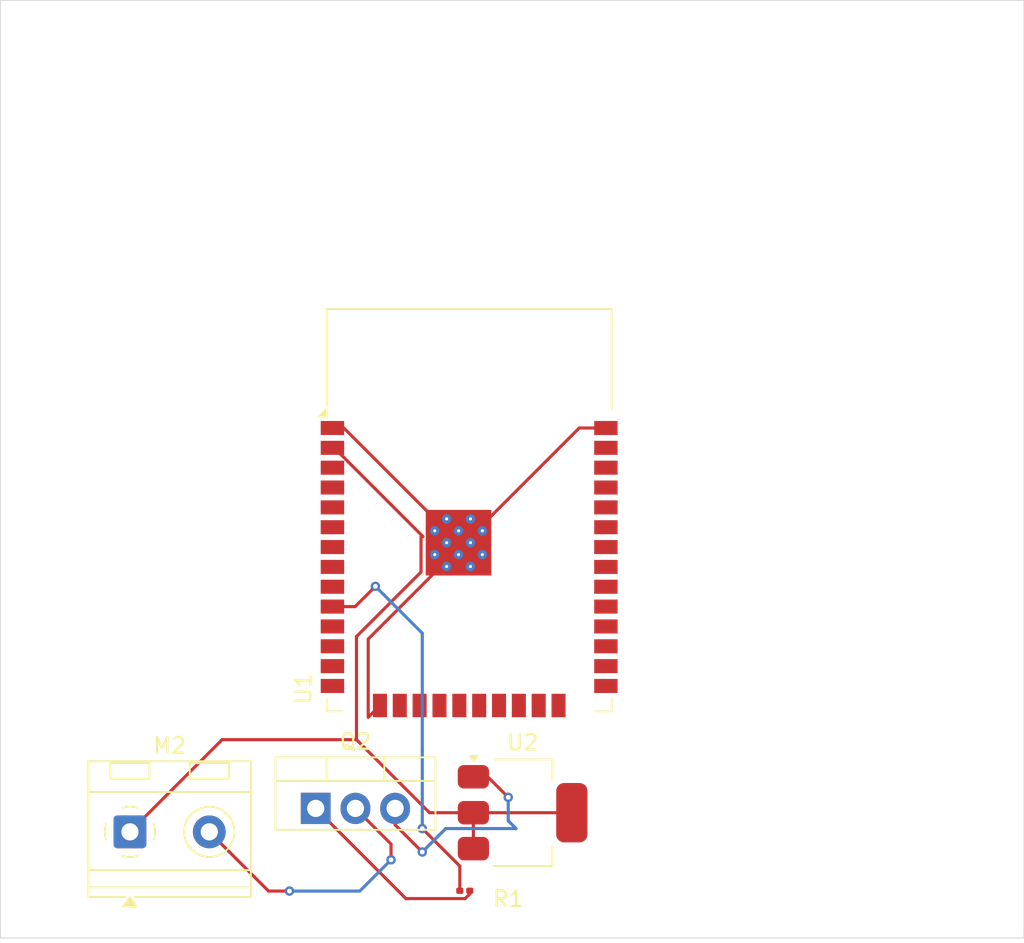
<source format=kicad_pcb>
(kicad_pcb (version 20241229) (generator "pcbnew") (generator_version "9.0")
  (layers (0 "F.Cu" signal) (2 "B.Cu" signal) (13 "F.Paste" user) (15 "B.Paste" user) (5 "F.SilkS" user "F.Silkscreen") (7 "B.SilkS" user "B.Silkscreen") (1 "F.Mask" user) (3 "B.Mask" user) (25 "Edge.Cuts" user))
  (net 0 "")
  (net 1 "Net-(M2--)")
  (net 2 "+12V")
  (net 3 "Net-(Q2-G)")
  (net 4 "/gnd")
  (net 5 "Net-(U1-IO25)")
  (net 6 "GND")
  (footprint "Package_TO_SOT_SMD:SOT-223-3_TabPin2" (layer "F.Cu") (at 144.42 102.485)
    (property "Reference" "U2" (at 0 -4.5 0) (layer "F.SilkS"))
    (property "Value" "AMS1117")
    (fp_line (start -1.85 -3.41) (end 1.91 -3.41) (stroke (width 0.12)) (layer "F.SilkS"))
    (fp_line (start -1.85 3.41) (end 1.91 3.41) (stroke (width 0.12)) (layer "F.SilkS"))
    (fp_line (start 1.91 -3.41) (end 1.91 -2.15) (stroke (width 0.12)) (layer "F.SilkS"))
    (fp_line (start 1.91 3.41) (end 1.91 2.15) (stroke (width 0.12)) (layer "F.SilkS"))
    (fp_poly (pts (xy -3.13 -3.31) (xy -3.37 -3.64) (xy -2.89 -3.64) (xy -3.13 -3.31)) (stroke (width 0.12)) (fill yes) (layer "F.SilkS"))
    (pad "1" smd roundrect (at -3.15 -2.3) (size 2 1.5) (layers "F.Cu" "F.Mask" "F.Paste") (net 4 "/gnd"))
    (pad "2" smd roundrect (at -3.15 0) (size 2 1.5) (layers "F.Cu" "F.Mask" "F.Paste") (net 2 "+12V"))
    (pad "2" smd roundrect (at 3.15 0) (size 2 3.8) (layers "F.Cu" "F.Mask" "F.Paste") (net 2 "+12V"))
    (pad "3" smd roundrect (at -3.15 2.3) (size 2 1.5) (layers "F.Cu" "F.Mask" "F.Paste") (net 2 "+12V"))
  )
  (footprint "TerminalBlock_RND:TerminalBlock_RND_205-00232_1x02_P5.08mm_Horizontal" (layer "F.Cu") (at 119.29 103.71)
    (property "Reference" "M2" (at 2.54 -5.52 0) (layer "F.SilkS"))
    (property "Value" "Motor_DC")
    (fp_line (start -2.66 -4.52) (end -2.66 4.17) (stroke (width 0.12)) (layer "F.SilkS"))
    (fp_line (start -2.66 -4.52) (end 7.74 -4.52) (stroke (width 0.12)) (layer "F.SilkS"))
    (fp_line (start -2.66 -2.55) (end 7.74 -2.55) (stroke (width 0.12)) (layer "F.SilkS"))
    (fp_line (start -2.66 2.45) (end 7.74 2.45) (stroke (width 0.12)) (layer "F.SilkS"))
    (fp_line (start -2.66 3.55) (end 7.74 3.55) (stroke (width 0.12)) (layer "F.SilkS"))
    (fp_line (start -2.66 4.17) (end -0.3 4.17) (stroke (width 0.12)) (layer "F.SilkS"))
    (fp_line (start -1.25 -4.4) (end -1.25 -3.4) (stroke (width 0.12)) (layer "F.SilkS"))
    (fp_line (start -1.25 -4.4) (end 1.25 -4.4) (stroke (width 0.12)) (layer "F.SilkS"))
    (fp_line (start -1.25 -3.4) (end 1.25 -3.4) (stroke (width 0.12)) (layer "F.SilkS"))
    (fp_line (start 0.3 4.17) (end 7.74 4.17) (stroke (width 0.12)) (layer "F.SilkS"))
    (fp_line (start 1.25 -4.4) (end 1.25 -3.4) (stroke (width 0.12)) (layer "F.SilkS"))
    (fp_line (start 3.83 -4.4) (end 3.83 -3.4) (stroke (width 0.12)) (layer "F.SilkS"))
    (fp_line (start 3.83 -4.4) (end 6.33 -4.4) (stroke (width 0.12)) (layer "F.SilkS"))
    (fp_line (start 3.83 -3.4) (end 6.33 -3.4) (stroke (width 0.12)) (layer "F.SilkS"))
    (fp_line (start 3.904 0.979) (end 3.859 1.024) (stroke (width 0.12)) (layer "F.SilkS"))
    (fp_line (start 4.101 1.175) (end 4.055 1.221) (stroke (width 0.12)) (layer "F.SilkS"))
    (fp_line (start 6.105 -1.221) (end 6.059 -1.176) (stroke (width 0.12)) (layer "F.SilkS"))
    (fp_line (start 6.301 -1.024) (end 6.256 -0.979) (stroke (width 0.12)) (layer "F.SilkS"))
    (fp_line (start 6.33 -4.4) (end 6.33 -3.4) (stroke (width 0.12)) (layer "F.SilkS"))
    (fp_line (start 7.74 -4.52) (end 7.74 4.17) (stroke (width 0.12)) (layer "F.SilkS"))
    (fp_arc (start -1.53 0.501) (mid -1.609938 -0.000189) (end -1.529883 -0.501359) (stroke (width 0.12)) (layer "F.SilkS"))
    (fp_arc (start -0.501 -1.53) (mid 0.000189 -1.609938) (end 0.501359 -1.529883) (stroke (width 0.12)) (layer "F.SilkS"))
    (fp_arc (start 0.501 1.53) (mid -0.000189 1.609938) (end -0.501359 1.529883) (stroke (width 0.12)) (layer "F.SilkS"))
    (fp_arc (start 1.53 -0.501) (mid 1.609938 0.000189) (end 1.529883 0.501359) (stroke (width 0.12)) (layer "F.SilkS"))
    (fp_circle (center 5.08 0) (end 6.69 0) (stroke (width 0.12)) (fill no) (layer "F.SilkS"))
    (fp_poly (pts (xy 0 4.17) (xy 0.44 4.78) (xy -0.44 4.78) (xy 0 4.17)) (stroke (width 0.12)) (fill yes) (layer "F.SilkS"))
    (pad "1" thru_hole roundrect (at 0 0) (size 2.1 2.1) (drill 1.1) (layers "*.Cu" "*.Mask") (roundrect_rratio 0.119048) (net 2 "+12V"))
    (pad "2" thru_hole circle (at 5.08 0) (size 2.1 2.1) (drill 1.1) (layers "*.Cu" "*.Mask") (net 1 "Net-(M2--)"))
  )
  (footprint "Package_TO_SOT_THT:TO-220-3_Vertical" (layer "F.Cu") (at 131.18 102.21)
    (property "Reference" "Q2" (at 2.54 -4.27 0) (layer "F.SilkS"))
    (property "Value" "IRF540N")
    (fp_line (start -2.58 -3.27) (end -2.58 1.371) (stroke (width 0.12)) (layer "F.SilkS"))
    (fp_line (start -2.58 -3.27) (end 7.66 -3.27) (stroke (width 0.12)) (layer "F.SilkS"))
    (fp_line (start -2.58 -1.76) (end 7.66 -1.76) (stroke (width 0.12)) (layer "F.SilkS"))
    (fp_line (start -2.58 1.371) (end 7.66 1.371) (stroke (width 0.12)) (layer "F.SilkS"))
    (fp_line (start 0.69 -3.27) (end 0.69 -1.76) (stroke (width 0.12)) (layer "F.SilkS"))
    (fp_line (start 4.391 -3.27) (end 4.391 -1.76) (stroke (width 0.12)) (layer "F.SilkS"))
    (fp_line (start 7.66 -3.27) (end 7.66 1.371) (stroke (width 0.12)) (layer "F.SilkS"))
    (pad "1" thru_hole rect (at 0 0) (size 1.905 2) (drill 1.1) (layers "*.Cu" "*.Mask") (net 3 "Net-(Q2-G)"))
    (pad "2" thru_hole oval (at 2.54 0) (size 1.905 2) (drill 1.1) (layers "*.Cu" "*.Mask") (net 1 "Net-(M2--)"))
    (pad "3" thru_hole oval (at 5.08 0) (size 1.905 2) (drill 1.1) (layers "*.Cu" "*.Mask") (net 4 "/gnd"))
  )
  (footprint "RF_Module:ESP32-WROOM-32" (layer "F.Cu") (at 141 86.115)
    (property "Reference" "U1" (at -10.61 8.43 90) (layer "F.SilkS"))
    (property "Value" "ESP32-WROOM-32")
    (fp_line (start -9.12 -15.86) (end -9.12 -9.7) (stroke (width 0.12)) (layer "F.SilkS"))
    (fp_line (start -9.12 -15.86) (end 9.12 -15.86) (stroke (width 0.12)) (layer "F.SilkS"))
    (fp_line (start -9.12 9.1) (end -9.12 9.88) (stroke (width 0.12)) (layer "F.SilkS"))
    (fp_line (start -9.12 9.88) (end -8.12 9.88) (stroke (width 0.12)) (layer "F.SilkS"))
    (fp_line (start 9.12 -15.86) (end 9.12 -9.445) (stroke (width 0.12)) (layer "F.SilkS"))
    (fp_line (start 9.12 9.1) (end 9.12 9.88) (stroke (width 0.12)) (layer "F.SilkS"))
    (fp_line (start 9.12 9.88) (end 8.12 9.88) (stroke (width 0.12)) (layer "F.SilkS"))
    (fp_poly (pts (xy -9.125 -8.975) (xy -9.625 -8.975) (xy -9.125 -9.475) (xy -9.125 -8.975)) (stroke (width 0.12)) (fill yes) (layer "F.SilkS"))
    (pad "1" smd rect (at -8.75 -8.25) (size 1.5 0.9) (layers "F.Cu" "F.Mask" "F.Paste") (net 6 "GND"))
    (pad "2" smd rect (at -8.75 -6.98) (size 1.5 0.9) (layers "F.Cu" "F.Mask" "F.Paste") (net 2 "+12V"))
    (pad "3" smd rect (at -8.75 -5.71) (size 1.5 0.9) (layers "F.Cu" "F.Mask" "F.Paste"))
    (pad "4" smd rect (at -8.75 -4.44) (size 1.5 0.9) (layers "F.Cu" "F.Mask" "F.Paste"))
    (pad "5" smd rect (at -8.75 -3.17) (size 1.5 0.9) (layers "F.Cu" "F.Mask" "F.Paste"))
    (pad "6" smd rect (at -8.75 -1.9) (size 1.5 0.9) (layers "F.Cu" "F.Mask" "F.Paste"))
    (pad "7" smd rect (at -8.75 -0.63) (size 1.5 0.9) (layers "F.Cu" "F.Mask" "F.Paste"))
    (pad "8" smd rect (at -8.75 0.64) (size 1.5 0.9) (layers "F.Cu" "F.Mask" "F.Paste"))
    (pad "9" smd rect (at -8.75 1.91) (size 1.5 0.9) (layers "F.Cu" "F.Mask" "F.Paste"))
    (pad "10" smd rect (at -8.75 3.18) (size 1.5 0.9) (layers "F.Cu" "F.Mask" "F.Paste") (net 5 "Net-(U1-IO25)"))
    (pad "11" smd rect (at -8.75 4.45) (size 1.5 0.9) (layers "F.Cu" "F.Mask" "F.Paste"))
    (pad "12" smd rect (at -8.75 5.72) (size 1.5 0.9) (layers "F.Cu" "F.Mask" "F.Paste"))
    (pad "13" smd rect (at -8.75 6.99) (size 1.5 0.9) (layers "F.Cu" "F.Mask" "F.Paste"))
    (pad "14" smd rect (at -8.75 8.26) (size 1.5 0.9) (layers "F.Cu" "F.Mask" "F.Paste"))
    (pad "15" smd rect (at -5.71 9.51 90) (size 1.5 0.9) (layers "F.Cu" "F.Mask" "F.Paste") (net 6 "GND"))
    (pad "16" smd rect (at -4.44 9.51 90) (size 1.5 0.9) (layers "F.Cu" "F.Mask" "F.Paste"))
    (pad "17" smd rect (at -3.17 9.51 90) (size 1.5 0.9) (layers "F.Cu" "F.Mask" "F.Paste"))
    (pad "18" smd rect (at -1.9 9.51 90) (size 1.5 0.9) (layers "F.Cu" "F.Mask" "F.Paste"))
    (pad "19" smd rect (at -0.63 9.51 90) (size 1.5 0.9) (layers "F.Cu" "F.Mask" "F.Paste"))
    (pad "20" smd rect (at 0.64 9.51 90) (size 1.5 0.9) (layers "F.Cu" "F.Mask" "F.Paste"))
    (pad "21" smd rect (at 1.91 9.51 90) (size 1.5 0.9) (layers "F.Cu" "F.Mask" "F.Paste"))
    (pad "22" smd rect (at 3.18 9.51 90) (size 1.5 0.9) (layers "F.Cu" "F.Mask" "F.Paste"))
    (pad "23" smd rect (at 4.45 9.51 90) (size 1.5 0.9) (layers "F.Cu" "F.Mask" "F.Paste"))
    (pad "24" smd rect (at 5.72 9.51 90) (size 1.5 0.9) (layers "F.Cu" "F.Mask" "F.Paste"))
    (pad "25" smd rect (at 8.75 8.26) (size 1.5 0.9) (layers "F.Cu" "F.Mask" "F.Paste"))
    (pad "26" smd rect (at 8.75 6.99) (size 1.5 0.9) (layers "F.Cu" "F.Mask" "F.Paste"))
    (pad "27" smd rect (at 8.75 5.72) (size 1.5 0.9) (layers "F.Cu" "F.Mask" "F.Paste"))
    (pad "28" smd rect (at 8.75 4.45) (size 1.5 0.9) (layers "F.Cu" "F.Mask" "F.Paste"))
    (pad "29" smd rect (at 8.75 3.18) (size 1.5 0.9) (layers "F.Cu" "F.Mask" "F.Paste"))
    (pad "30" smd rect (at 8.75 1.91) (size 1.5 0.9) (layers "F.Cu" "F.Mask" "F.Paste"))
    (pad "31" smd rect (at 8.75 0.64) (size 1.5 0.9) (layers "F.Cu" "F.Mask" "F.Paste"))
    (pad "32" smd rect (at 8.75 -0.63) (size 1.5 0.9) (layers "F.Cu" "F.Mask" "F.Paste"))
    (pad "33" smd rect (at 8.75 -1.9) (size 1.5 0.9) (layers "F.Cu" "F.Mask" "F.Paste"))
    (pad "34" smd rect (at 8.75 -3.17) (size 1.5 0.9) (layers "F.Cu" "F.Mask" "F.Paste"))
    (pad "35" smd rect (at 8.75 -4.44) (size 1.5 0.9) (layers "F.Cu" "F.Mask" "F.Paste"))
    (pad "36" smd rect (at 8.75 -5.71) (size 1.5 0.9) (layers "F.Cu" "F.Mask" "F.Paste"))
    (pad "37" smd rect (at 8.75 -6.98) (size 1.5 0.9) (layers "F.Cu" "F.Mask" "F.Paste"))
    (pad "38" smd rect (at 8.75 -8.25) (size 1.5 0.9) (layers "F.Cu" "F.Mask" "F.Paste") (net 6 "GND"))
    (pad "39" smd rect (at -2.205 -2.435) (size 1.05 1.05) (layers "F.Cu" "F.Paste") (net 6 "GND"))
    (pad "39" thru_hole circle (at -2.205 -1.6725) (size 0.6 0.6) (drill 0.2) (property pad_prop_heatsink) (layers "*.Cu" "F.Mask") (net 6 "GND"))
    (pad "39" smd rect (at -2.205 -0.91) (size 1.05 1.05) (layers "F.Cu" "F.Paste") (net 6 "GND"))
    (pad "39" thru_hole circle (at -2.205 -0.1475) (size 0.6 0.6) (drill 0.2) (property pad_prop_heatsink) (layers "*.Cu" "F.Mask") (net 6 "GND"))
    (pad "39" smd rect (at -2.205 0.615) (size 1.05 1.05) (layers "F.Cu" "F.Paste") (net 6 "GND"))
    (pad "39" thru_hole circle (at -1.4425 -2.435) (size 0.6 0.6) (drill 0.2) (property pad_prop_heatsink) (layers "*.Cu" "F.Mask") (net 6 "GND"))
    (pad "39" thru_hole circle (at -1.4425 -0.91) (size 0.6 0.6) (drill 0.2) (property pad_prop_heatsink) (layers "*.Cu" "F.Mask") (net 6 "GND"))
    (pad "39" thru_hole circle (at -1.4425 0.615) (size 0.6 0.6) (drill 0.2) (property pad_prop_heatsink) (layers "*.Cu" "F.Mask") (net 6 "GND"))
    (pad "39" smd rect (at -0.68 -2.435) (size 1.05 1.05) (layers "F.Cu" "F.Paste") (net 6 "GND"))
    (pad "39" thru_hole circle (at -0.68 -1.6725) (size 0.6 0.6) (drill 0.2) (property pad_prop_heatsink) (layers "*.Cu" "F.Mask") (net 6 "GND"))
    (pad "39" smd rect (at -0.68 -0.91) (size 1.05 1.05) (layers "F.Cu" "F.Paste") (net 6 "GND"))
    (pad "39" smd rect (at -0.68 -0.91) (size 4.2 4.2) (property pad_prop_heatsink) (layers "F.Cu" "F.Mask") (net 6 "GND"))
    (pad "39" thru_hole circle (at -0.68 -0.1475) (size 0.6 0.6) (drill 0.2) (property pad_prop_heatsink) (layers "*.Cu" "F.Mask") (net 6 "GND"))
    (pad "39" smd rect (at -0.68 0.615) (size 1.05 1.05) (layers "F.Cu" "F.Paste") (net 6 "GND"))
    (pad "39" thru_hole circle (at 0.0825 -2.435) (size 0.6 0.6) (drill 0.2) (property pad_prop_heatsink) (layers "*.Cu" "F.Mask") (net 6 "GND"))
    (pad "39" thru_hole circle (at 0.0825 -0.91) (size 0.6 0.6) (drill 0.2) (property pad_prop_heatsink) (layers "*.Cu" "F.Mask") (net 6 "GND"))
    (pad "39" thru_hole circle (at 0.0825 0.615) (size 0.6 0.6) (drill 0.2) (property pad_prop_heatsink) (layers "*.Cu" "F.Mask") (net 6 "GND"))
    (pad "39" smd rect (at 0.845 -2.435) (size 1.05 1.05) (layers "F.Cu" "F.Paste") (net 6 "GND"))
    (pad "39" thru_hole circle (at 0.845 -1.6725) (size 0.6 0.6) (drill 0.2) (property pad_prop_heatsink) (layers "*.Cu" "F.Mask") (net 6 "GND"))
    (pad "39" smd rect (at 0.845 -0.91) (size 1.05 1.05) (layers "F.Cu" "F.Paste") (net 6 "GND"))
    (pad "39" thru_hole circle (at 0.845 -0.1475) (size 0.6 0.6) (drill 0.2) (property pad_prop_heatsink) (layers "*.Cu" "F.Mask") (net 6 "GND"))
    (pad "39" smd rect (at 0.845 0.615) (size 1.05 1.05) (layers "F.Cu" "F.Paste") (net 6 "GND"))
  )
  (footprint "Resistor_SMD:R_0201_0603Metric" (layer "F.Cu") (at 140.72 107.48)
    (property "Reference" "R1" (at 2.78 0.52 0) (layer "F.SilkS"))
    (property "Value" "R")
    (pad "1" smd roundrect (at -0.32 0) (size 0.46 0.4) (layers "F.Cu" "F.Mask") (net 5 "Net-(U1-IO25)"))
    (pad "2" smd roundrect (at 0.32 0) (size 0.46 0.4) (layers "F.Cu" "F.Mask") (net 3 "Net-(Q2-G)"))
  )
  (gr_rect (start 111 50.5) (end 176.5 110.5) (stroke (width 0.05)) (fill no) (layer "Edge.Cuts"))
  (segment (start 124.37 103.71) (end 128.16 107.5) (width 0.2) (layer "F.Cu") (net 1))
  (segment (start 136 105.5) (end 136 104.49) (width 0.2) (layer "F.Cu") (net 1))
  (segment (start 128.16 107.5) (end 129.5 107.5) (width 0.2) (layer "F.Cu") (net 1))
  (segment (start 136 104.49) (end 133.72 102.21) (width 0.2) (layer "F.Cu") (net 1))
  (via (at 129.5 107.5) (size 0.6) (drill 0.3) (layers "F.Cu" "B.Cu") (net 1))
  (via (at 136 105.5) (size 0.6) (drill 0.3) (layers "F.Cu" "B.Cu") (net 1))
  (segment (start 129.5 107.5) (end 134 107.5) (width 0.2) (layer "B.Cu") (net 1))
  (segment (start 134 107.5) (end 136 105.5) (width 0.2) (layer "B.Cu") (net 1))
  (segment (start 138.463 102.485) (end 141.27 102.485) (width 0.2) (layer "F.Cu") (net 2))
  (segment (start 132.23 79) (end 138.045 84.815) (width 0.2) (layer "F.Cu") (net 2))
  (segment (start 137.919 87.081) (end 137.919 84.815) (width 0.2) (layer "F.Cu") (net 2))
  (segment (start 133.789 97.811) (end 133.789 91.211) (width 0.2) (layer "F.Cu") (net 2))
  (segment (start 133.789 97.811) (end 138.463 102.485) (width 0.2) (layer "F.Cu") (net 2))
  (segment (start 141.27 102.485) (end 147.57 102.485) (width 0.2) (layer "F.Cu") (net 2))
  (segment (start 133.789 91.211) (end 137.919 87.081) (width 0.2) (layer "F.Cu") (net 2))
  (segment (start 119.29 103.71) (end 125.189 97.811) (width 0.2) (layer "F.Cu") (net 2))
  (segment (start 125.189 97.811) (end 133.789 97.811) (width 0.2) (layer "F.Cu") (net 2))
  (segment (start 141.27 102.485) (end 141.27 104.785) (width 0.2) (layer "F.Cu") (net 2))
  (segment (start 141.04 107.679999) (end 141.04 107.48) (width 0.2) (layer "F.Cu") (net 3))
  (segment (start 140.738999 107.981) (end 141.04 107.679999) (width 0.2) (layer "F.Cu") (net 3))
  (segment (start 136.951 107.981) (end 140.738999 107.981) (width 0.2) (layer "F.Cu") (net 3))
  (segment (start 131.18 102.21) (end 136.951 107.981) (width 0.2) (layer "F.Cu") (net 3))
  (segment (start 136.26 103.26) (end 138 105) (width 0.2) (layer "F.Cu") (net 4))
  (segment (start 143.5 101.5) (end 142.185 100.185) (width 0.2) (layer "F.Cu") (net 4))
  (segment (start 136.26 102.21) (end 136.26 103.26) (width 0.2) (layer "F.Cu") (net 4))
  (segment (start 142.185 100.185) (end 141.27 100.185) (width 0.2) (layer "F.Cu") (net 4))
  (via (at 138 105) (size 0.6) (drill 0.3) (layers "F.Cu" "B.Cu") (net 4))
  (via (at 143.5 101.5) (size 0.6) (drill 0.3) (layers "F.Cu" "B.Cu") (net 4))
  (segment (start 143.5 103) (end 143.5 101.5) (width 0.2) (layer "B.Cu") (net 4))
  (segment (start 138 105) (end 139.5 103.5) (width 0.2) (layer "B.Cu") (net 4))
  (segment (start 144 103.5) (end 143.5 103) (width 0.2) (layer "B.Cu") (net 4))
  (segment (start 139.5 103.5) (end 144 103.5) (width 0.2) (layer "B.Cu") (net 4))
  (segment (start 140.4 105.9) (end 138 103.5) (width 0.2) (layer "F.Cu") (net 5))
  (segment (start 135 88) (end 133.705 89.295) (width 0.2) (layer "F.Cu") (net 5))
  (segment (start 140.4 107.48) (end 140.4 105.9) (width 0.2) (layer "F.Cu") (net 5))
  (segment (start 133.705 89.295) (end 132.25 89.295) (width 0.2) (layer "F.Cu") (net 5))
  (via (at 138 103.5) (size 0.6) (drill 0.3) (layers "F.Cu" "B.Cu") (net 5))
  (via (at 135 88) (size 0.6) (drill 0.3) (layers "F.Cu" "B.Cu") (net 5))
  (segment (start 138 103.5) (end 138 98.5) (width 0.2) (layer "B.Cu") (net 5))
  (segment (start 138 98.5) (end 138 91) (width 0.2) (layer "B.Cu") (net 5))
  (segment (start 138 91) (end 135 88) (width 0.2) (layer "B.Cu") (net 5))
  (segment (start 138.795 87.115) (end 138.795 86.73) (width 0.2) (layer "F.Cu") (net 6))
  (segment (start 134.54 96.375) (end 134.54 91.37) (width 0.2) (layer "F.Cu") (net 6))
  (segment (start 148.045 77.865) (end 149.75 77.865) (width 0.2) (layer "F.Cu") (net 6))
  (segment (start 134.54 91.37) (end 138.795 87.115) (width 0.2) (layer "F.Cu") (net 6))
  (segment (start 132.25 77.865) (end 132.98 77.865) (width 0.2) (layer "F.Cu") (net 6))
  (segment (start 135.29 95.625) (end 134.54 96.375) (width 0.2) (layer "F.Cu") (net 6))
  (segment (start 132.98 77.865) (end 138.795 83.68) (width 0.2) (layer "F.Cu") (net 6))
  (segment (start 141.095 84.815) (end 148.045 77.865) (width 0.2) (layer "F.Cu") (net 6))
)
</source>
